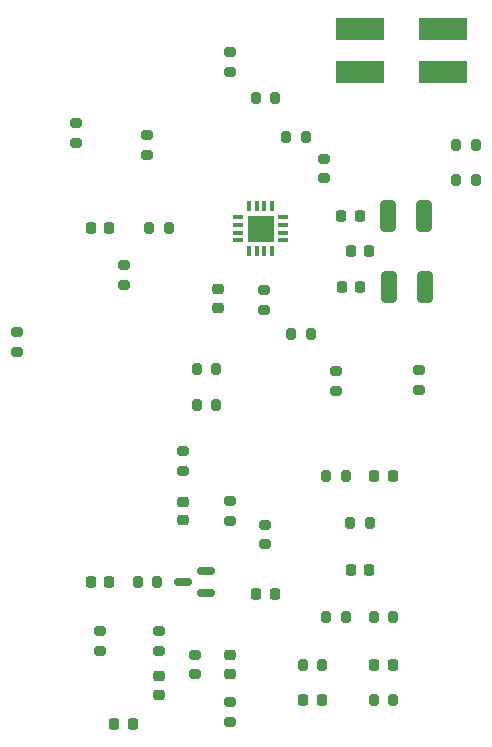
<source format=gbr>
%TF.GenerationSoftware,KiCad,Pcbnew,8.0.2*%
%TF.CreationDate,2024-10-27T20:41:51-03:00*%
%TF.ProjectId,LumiCom_Transmitter,4c756d69-436f-46d5-9f54-72616e736d69,rev?*%
%TF.SameCoordinates,Original*%
%TF.FileFunction,Paste,Top*%
%TF.FilePolarity,Positive*%
%FSLAX46Y46*%
G04 Gerber Fmt 4.6, Leading zero omitted, Abs format (unit mm)*
G04 Created by KiCad (PCBNEW 8.0.2) date 2024-10-27 20:41:51*
%MOMM*%
%LPD*%
G01*
G04 APERTURE LIST*
G04 Aperture macros list*
%AMRoundRect*
0 Rectangle with rounded corners*
0 $1 Rounding radius*
0 $2 $3 $4 $5 $6 $7 $8 $9 X,Y pos of 4 corners*
0 Add a 4 corners polygon primitive as box body*
4,1,4,$2,$3,$4,$5,$6,$7,$8,$9,$2,$3,0*
0 Add four circle primitives for the rounded corners*
1,1,$1+$1,$2,$3*
1,1,$1+$1,$4,$5*
1,1,$1+$1,$6,$7*
1,1,$1+$1,$8,$9*
0 Add four rect primitives between the rounded corners*
20,1,$1+$1,$2,$3,$4,$5,0*
20,1,$1+$1,$4,$5,$6,$7,0*
20,1,$1+$1,$6,$7,$8,$9,0*
20,1,$1+$1,$8,$9,$2,$3,0*%
G04 Aperture macros list end*
%ADD10RoundRect,0.200000X-0.275000X0.200000X-0.275000X-0.200000X0.275000X-0.200000X0.275000X0.200000X0*%
%ADD11RoundRect,0.225000X-0.225000X-0.250000X0.225000X-0.250000X0.225000X0.250000X-0.225000X0.250000X0*%
%ADD12RoundRect,0.200000X0.275000X-0.200000X0.275000X0.200000X-0.275000X0.200000X-0.275000X-0.200000X0*%
%ADD13RoundRect,0.200000X0.200000X0.275000X-0.200000X0.275000X-0.200000X-0.275000X0.200000X-0.275000X0*%
%ADD14RoundRect,0.200000X-0.200000X-0.275000X0.200000X-0.275000X0.200000X0.275000X-0.200000X0.275000X0*%
%ADD15RoundRect,0.225000X-0.250000X0.225000X-0.250000X-0.225000X0.250000X-0.225000X0.250000X0.225000X0*%
%ADD16R,0.330200X0.965200*%
%ADD17R,0.965200X0.330200*%
%ADD18R,2.260600X2.260600*%
%ADD19RoundRect,0.225000X0.225000X0.250000X-0.225000X0.250000X-0.225000X-0.250000X0.225000X-0.250000X0*%
%ADD20RoundRect,0.225000X0.250000X-0.225000X0.250000X0.225000X-0.250000X0.225000X-0.250000X-0.225000X0*%
%ADD21RoundRect,0.218750X0.218750X0.256250X-0.218750X0.256250X-0.218750X-0.256250X0.218750X-0.256250X0*%
%ADD22RoundRect,0.150000X0.587500X0.150000X-0.587500X0.150000X-0.587500X-0.150000X0.587500X-0.150000X0*%
%ADD23R,4.100000X1.850000*%
%ADD24RoundRect,0.218750X-0.218750X-0.256250X0.218750X-0.256250X0.218750X0.256250X-0.218750X0.256250X0*%
%ADD25RoundRect,0.250000X-0.400000X-1.075000X0.400000X-1.075000X0.400000X1.075000X-0.400000X1.075000X0*%
%ADD26RoundRect,0.218750X0.256250X-0.218750X0.256250X0.218750X-0.256250X0.218750X-0.256250X-0.218750X0*%
G04 APERTURE END LIST*
D10*
%TO.C,R29*%
X13000000Y10825000D03*
X13000000Y9175000D03*
%TD*%
D11*
%TO.C,C10*%
X33450000Y40000000D03*
X35000000Y40000000D03*
%TD*%
D10*
%TO.C,R12*%
X32000000Y50825000D03*
X32000000Y49175000D03*
%TD*%
D11*
%TO.C,C9*%
X33425000Y46000000D03*
X34975000Y46000000D03*
%TD*%
D10*
%TO.C,R32*%
X20000000Y26075000D03*
X20000000Y24425000D03*
%TD*%
D12*
%TO.C,R27*%
X27000000Y18175000D03*
X27000000Y19825000D03*
%TD*%
D13*
%TO.C,R13*%
X44825000Y49000000D03*
X43175000Y49000000D03*
%TD*%
D12*
%TO.C,R8*%
X26900000Y38050000D03*
X26900000Y39700000D03*
%TD*%
D14*
%TO.C,R23*%
X32175000Y24000000D03*
X33825000Y24000000D03*
%TD*%
D12*
%TO.C,R28*%
X21000000Y7175000D03*
X21000000Y8825000D03*
%TD*%
D15*
%TO.C,C16*%
X20000000Y21775000D03*
X20000000Y20225000D03*
%TD*%
D13*
%TO.C,R20*%
X37825000Y12000000D03*
X36175000Y12000000D03*
%TD*%
D10*
%TO.C,R10*%
X24000000Y59825000D03*
X24000000Y58175000D03*
%TD*%
%TO.C,R31*%
X18000000Y10825000D03*
X18000000Y9175000D03*
%TD*%
D13*
%TO.C,R19*%
X44825000Y52000000D03*
X43175000Y52000000D03*
%TD*%
D12*
%TO.C,R18*%
X40000000Y31275000D03*
X40000000Y32925000D03*
%TD*%
D16*
%TO.C,U1*%
X27574999Y46794850D03*
X26925001Y46794850D03*
X26274999Y46794850D03*
X25625001Y46794850D03*
D17*
X24707700Y45877549D03*
X24707700Y45227551D03*
X24707700Y44577549D03*
X24707700Y43927551D03*
D16*
X25625001Y43010250D03*
X26274999Y43010250D03*
X26925001Y43010250D03*
X27574999Y43010250D03*
D17*
X28492300Y43927551D03*
X28492300Y44577549D03*
X28492300Y45227551D03*
X28492300Y45877549D03*
D18*
X26600000Y44902550D03*
%TD*%
D13*
%TO.C,R9*%
X30425000Y52700000D03*
X28775000Y52700000D03*
%TD*%
D10*
%TO.C,R1*%
X6000000Y36125000D03*
X6000000Y34475000D03*
%TD*%
D13*
%TO.C,R5*%
X22825000Y33000000D03*
X21175000Y33000000D03*
%TD*%
D19*
%TO.C,C12*%
X35775000Y16000000D03*
X34225000Y16000000D03*
%TD*%
D14*
%TO.C,R21*%
X34175000Y20000000D03*
X35825000Y20000000D03*
%TD*%
D11*
%TO.C,C11*%
X30225000Y5000000D03*
X31775000Y5000000D03*
%TD*%
D20*
%TO.C,C14*%
X24000000Y7225000D03*
X24000000Y8775000D03*
%TD*%
D13*
%TO.C,R6*%
X27825000Y56000000D03*
X26175000Y56000000D03*
%TD*%
D21*
%TO.C,L5*%
X37787500Y24000000D03*
X36212500Y24000000D03*
%TD*%
D14*
%TO.C,R33*%
X16175000Y15000000D03*
X17825000Y15000000D03*
%TD*%
D22*
%TO.C,Q1*%
X21937500Y14050000D03*
X21937500Y15950000D03*
X20062500Y15000000D03*
%TD*%
D20*
%TO.C,C3*%
X23000000Y38225000D03*
X23000000Y39775000D03*
%TD*%
D12*
%TO.C,R15*%
X33000000Y31175000D03*
X33000000Y32825000D03*
%TD*%
D13*
%TO.C,R22*%
X37825000Y5000000D03*
X36175000Y5000000D03*
%TD*%
D14*
%TO.C,R14*%
X29175000Y36000000D03*
X30825000Y36000000D03*
%TD*%
D23*
%TO.C,L4*%
X42000000Y58175000D03*
X42000000Y61825000D03*
%TD*%
D19*
%TO.C,C13*%
X27775000Y14000000D03*
X26225000Y14000000D03*
%TD*%
%TO.C,C15*%
X15775000Y3000000D03*
X14225000Y3000000D03*
%TD*%
D23*
%TO.C,L3*%
X35000000Y58175000D03*
X35000000Y61825000D03*
%TD*%
D13*
%TO.C,R25*%
X31825000Y8000000D03*
X30175000Y8000000D03*
%TD*%
D24*
%TO.C,L6*%
X36212500Y8000000D03*
X37787500Y8000000D03*
%TD*%
D13*
%TO.C,R24*%
X33825000Y12000000D03*
X32175000Y12000000D03*
%TD*%
D10*
%TO.C,R7*%
X17000000Y52825000D03*
X17000000Y51175000D03*
%TD*%
D19*
%TO.C,C17*%
X13775000Y15000000D03*
X12225000Y15000000D03*
%TD*%
D10*
%TO.C,R3*%
X15000000Y41825000D03*
X15000000Y40175000D03*
%TD*%
D11*
%TO.C,C1*%
X34225000Y43000000D03*
X35775000Y43000000D03*
%TD*%
D25*
%TO.C,R17*%
X37450000Y40000000D03*
X40550000Y40000000D03*
%TD*%
D14*
%TO.C,R4*%
X17175000Y45000000D03*
X18825000Y45000000D03*
%TD*%
D26*
%TO.C,L7*%
X18000000Y5425000D03*
X18000000Y7000000D03*
%TD*%
D10*
%TO.C,R30*%
X24000000Y21825000D03*
X24000000Y20175000D03*
%TD*%
D14*
%TO.C,R11*%
X21175000Y30000000D03*
X22825000Y30000000D03*
%TD*%
D10*
%TO.C,R2*%
X11000000Y53825000D03*
X11000000Y52175000D03*
%TD*%
D12*
%TO.C,R26*%
X24000000Y3175000D03*
X24000000Y4825000D03*
%TD*%
D11*
%TO.C,C5*%
X12225000Y45000000D03*
X13775000Y45000000D03*
%TD*%
D25*
%TO.C,R16*%
X37350000Y46000000D03*
X40450000Y46000000D03*
%TD*%
M02*

</source>
